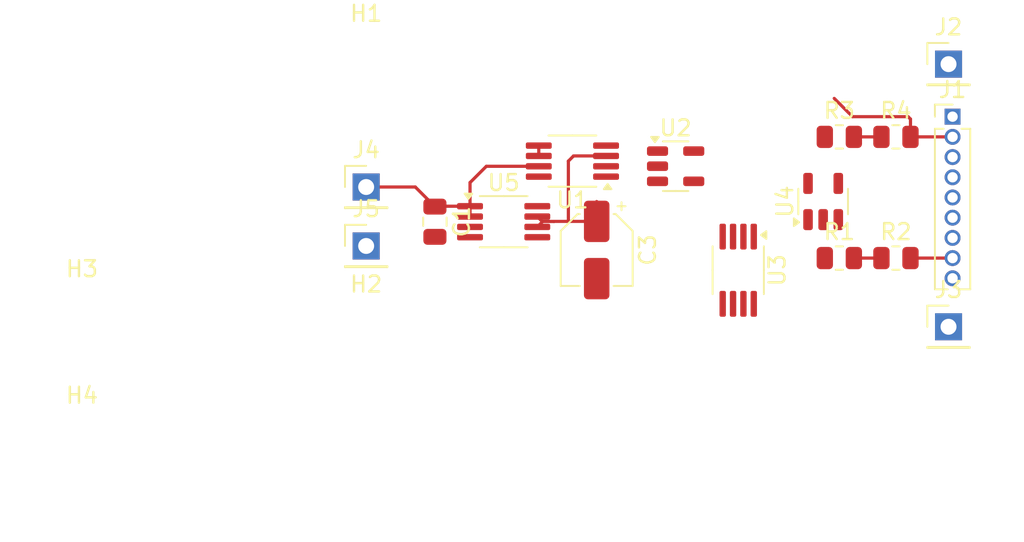
<source format=kicad_pcb>
(kicad_pcb (version 20241229) (generator "pcbnew") (generator_version "9.0")
  (layers (0 "F.Cu" signal) (2 "B.Cu" signal) (13 "F.Paste" user) (15 "B.Paste" user) (5 "F.SilkS" user "F.Silkscreen") (7 "B.SilkS" user "B.Silkscreen") (1 "F.Mask" user) (3 "B.Mask" user) (25 "Edge.Cuts" user))
  (net 0 "")
  (net 1 "GND")
  (net 2 "+5V")
  (net 3 "/Vref+")
  (net 4 "/IA+")
  (net 5 "/IB+")
  (net 7 "/VA+")
  (net 8 "/VB+")
  (net 9 "Net-(U3-SENSE)")
  (net 10 "Net-(R1-Pad2)")
  (net 11 "Net-(U1-SENSE)")
  (net 12 "Net-(R3-Pad2)")
  (net 14 "Net-(U1-REF)")
  (net 15 "Net-(U3-REF)")
  (footprint "Capacitor_SMD:C_0805_2012Metric" (layer "F.Cu") (at 89.916 97.282 -90)
    (property "Reference" "C1" (at 0 -1.68 90) (layer "F.SilkS"))
    (property "Value" "0.1 uF")
    (fp_line (start -0.261252 0.735) (end 0.261252 0.735) (stroke (width 0.12)) (layer "F.SilkS"))
    (fp_line (start -0.261252 -0.735) (end 0.261252 -0.735) (stroke (width 0.12)) (layer "F.SilkS"))
    (pad "1" smd roundrect (at -0.95 0 270) (size 1 1.45) (layers "F.Cu" "F.Mask" "F.Paste") (net 2 "+5V"))
    (pad "2" smd roundrect (at 0.95 0 270) (size 1 1.45) (layers "F.Cu" "F.Mask" "F.Paste") (net 1 "GND"))
  )
  (footprint "MountingHole:MountingHole_3.2mm_M3" (layer "F.Cu") (at 85.598 88.392)
    (property "Reference" "H1" (at 0 -4.2 0) (layer "F.SilkS"))
    (property "Value" "MountingHole")
    (pad "" np_thru_hole circle (at 0 0) (size 3.2 3.2) (drill 3.2) (layers "*.Cu" "*.Mask"))
  )
  (footprint "MountingHole:MountingHole_3.2mm_M3" (layer "F.Cu") (at 67.75 112.4)
    (property "Reference" "H4" (at 0 -4.2 0) (layer "F.SilkS"))
    (property "Value" "MountingHole")
    (pad "" np_thru_hole circle (at 0 0) (size 3.2 3.2) (drill 3.2) (layers "*.Cu" "*.Mask"))
  )
  (footprint "Connector_PinHeader_2.54mm:PinHeader_1x01_P2.54mm_Vertical" (layer "F.Cu") (at 122.174 87.376)
    (property "Reference" "J2" (at 0 -2.33 0) (layer "F.SilkS"))
    (property "Value" "MCU_ADC1")
    (fp_line (start -1.33 -1.33) (end 0 -1.33) (stroke (width 0.12)) (layer "F.SilkS"))
    (fp_line (start -1.33 0) (end -1.33 -1.33) (stroke (width 0.12)) (layer "F.SilkS"))
    (fp_line (start -1.33 1.27) (end -1.33 1.33) (stroke (width 0.12)) (layer "F.SilkS"))
    (fp_line (start -1.33 1.27) (end 1.33 1.27) (stroke (width 0.12)) (layer "F.SilkS"))
    (fp_line (start -1.33 1.33) (end 1.33 1.33) (stroke (width 0.12)) (layer "F.SilkS"))
    (fp_line (start 1.33 1.27) (end 1.33 1.33) (stroke (width 0.12)) (layer "F.SilkS"))
    (pad "1" thru_hole rect (at 0 0) (size 1.7 1.7) (drill 1) (layers "*.Cu" "*.Mask") (net 7 "/VA+"))
  )
  (footprint "Resistor_SMD:R_0805_2012Metric" (layer "F.Cu") (at 115.316 91.948)
    (property "Reference" "R3" (at 0 -1.65 0) (layer "F.SilkS"))
    (property "Value" "100k")
    (fp_line (start -0.227064 -0.735) (end 0.227064 -0.735) (stroke (width 0.12)) (layer "F.SilkS"))
    (fp_line (start -0.227064 0.735) (end 0.227064 0.735) (stroke (width 0.12)) (layer "F.SilkS"))
    (pad "1" smd roundrect (at -0.9125 0) (size 1.025 1.4) (layers "F.Cu" "F.Mask" "F.Paste") (roundrect_rratio 0.243902) (net 11 "Net-(U1-SENSE)"))
    (pad "2" smd roundrect (at 0.9125 0) (size 1.025 1.4) (layers "F.Cu" "F.Mask" "F.Paste") (roundrect_rratio 0.243902) (net 12 "Net-(R3-Pad2)"))
  )
  (footprint "Package_TO_SOT_SMD:TSOT-23-5" (layer "F.Cu") (at 114.3 96.012 90)
    (property "Reference" "U4" (at 0 -2.4 90) (layer "F.SilkS"))
    (property "Value" "AD8603")
    (fp_line (start 0 -1.56) (end 0.8 -1.56) (stroke (width 0.12)) (layer "F.SilkS"))
    (fp_line (start 0 -1.56) (end -0.8 -1.56) (stroke (width 0.12)) (layer "F.SilkS"))
    (fp_line (start 0 1.56) (end 0.8 1.56) (stroke (width 0.12)) (layer "F.SilkS"))
    (fp_line (start 0 1.56) (end -0.8 1.56) (stroke (width 0.12)) (layer "F.SilkS"))
    (fp_poly (pts (xy -1.3 -1.51) (xy -1.54 -1.84) (xy -1.06 -1.84) (xy -1.3 -1.51)) (stroke (width 0.12)) (fill yes) (layer "F.SilkS"))
    (pad "1" smd roundrect (at -1.1375 -0.95 90) (size 1.325 0.6) (layers "F.Cu" "F.Mask" "F.Paste") (net 15 "Net-(U3-REF)"))
    (pad "2" smd roundrect (at -1.1375 0 90) (size 1.325 0.6) (layers "F.Cu" "F.Mask" "F.Paste") (net 1 "GND"))
    (pad "3" smd roundrect (at -1.1375 0.95 90) (size 1.325 0.6) (layers "F.Cu" "F.Mask" "F.Paste") (net 5 "/IB+"))
    (pad "4" smd roundrect (at 1.1375 0.95 90) (size 1.325 0.6) (layers "F.Cu" "F.Mask" "F.Paste") (net 15 "Net-(U3-REF)"))
    (pad "5" smd roundrect (at 1.1375 -0.95 90) (size 1.325 0.6) (layers "F.Cu" "F.Mask" "F.Paste") (net 2 "+5V"))
  )
  (footprint "Package_SO:MSOP-8_3x3mm_P0.65mm" (layer "F.Cu") (at 98.552 93.472 180)
    (property "Reference" "U1" (at 0 -2.45 0) (layer "F.SilkS"))
    (property "Value" "AD8276")
    (fp_line (start 0 1.61) (end 1.5 1.61) (stroke (width 0.12)) (layer "F.SilkS"))
    (fp_line (start 0 1.61) (end -1.5 1.61) (stroke (width 0.12)) (layer "F.SilkS"))
    (fp_line (start 0 -1.61) (end 1.5 -1.61) (stroke (width 0.12)) (layer "F.SilkS"))
    (fp_line (start 0 -1.61) (end -1.5 -1.61) (stroke (width 0.12)) (layer "F.SilkS"))
    (fp_poly (pts (xy -2.2125 -1.435) (xy -2.4525 -1.765) (xy -1.9725 -1.765) (xy -2.2125 -1.435)) (stroke (width 0.12)) (fill yes) (layer "F.SilkS"))
    (pad "1" smd roundrect (at -2.1125 -0.975 180) (size 1.625 0.4) (layers "F.Cu" "F.Mask" "F.Paste") (net 14 "Net-(U1-REF)"))
    (pad "2" smd roundrect (at -2.1125 -0.325 180) (size 1.625 0.4) (layers "F.Cu" "F.Mask" "F.Paste") (net 1 "GND"))
    (pad "3" smd roundrect (at -2.1125 0.325 180) (size 1.625 0.4) (layers "F.Cu" "F.Mask" "F.Paste") (net 3 "/Vref+"))
    (pad "4" smd roundrect (at -2.1125 0.975 180) (size 1.625 0.4) (layers "F.Cu" "F.Mask" "F.Paste") (net 1 "GND"))
    (pad "5" smd roundrect (at 2.1125 0.975 180) (size 1.625 0.4) (layers "F.Cu" "F.Mask" "F.Paste") (net 11 "Net-(U1-SENSE)"))
    (pad "6" smd roundrect (at 2.1125 0.325 180) (size 1.625 0.4) (layers "F.Cu" "F.Mask" "F.Paste") (net 11 "Net-(U1-SENSE)"))
    (pad "7" smd roundrect (at 2.1125 -0.325 180) (size 1.625 0.4) (layers "F.Cu" "F.Mask" "F.Paste") (net 2 "+5V"))
    (pad "8" smd roundrect (at 2.1125 -0.975 180) (size 1.625 0.4) (layers "F.Cu" "F.Mask" "F.Paste"))
  )
  (footprint "Package_SO:MSOP-8_3x3mm_P0.65mm" (layer "F.Cu") (at 108.966 100.33 -90)
    (property "Reference" "U3" (at 0 -2.45 90) (layer "F.SilkS"))
    (property "Value" "AD8276")
    (fp_line (start 0 1.61) (end -1.5 1.61) (stroke (width 0.12)) (layer "F.SilkS"))
    (fp_line (start 0 1.61) (end 1.5 1.61) (stroke (width 0.12)) (layer "F.SilkS"))
    (fp_line (start 0 -1.61) (end -1.5 -1.61) (stroke (width 0.12)) (layer "F.SilkS"))
    (fp_line (start 0 -1.61) (end 1.5 -1.61) (stroke (width 0.12)) (layer "F.SilkS"))
    (fp_poly (pts (xy -2.2125 -1.435) (xy -2.4525 -1.765) (xy -1.9725 -1.765) (xy -2.2125 -1.435)) (stroke (width 0.12)) (fill yes) (layer "F.SilkS"))
    (pad "1" smd roundrect (at -2.1125 -0.975 270) (size 1.625 0.4) (layers "F.Cu" "F.Mask" "F.Paste") (net 15 "Net-(U3-REF)"))
    (pad "2" smd roundrect (at -2.1125 -0.325 270) (size 1.625 0.4) (layers "F.Cu" "F.Mask" "F.Paste") (net 1 "GND"))
    (pad "3" smd roundrect (at -2.1125 0.325 270) (size 1.625 0.4) (layers "F.Cu" "F.Mask" "F.Paste") (net 3 "/Vref+"))
    (pad "4" smd roundrect (at -2.1125 0.975 270) (size 1.625 0.4) (layers "F.Cu" "F.Mask" "F.Paste") (net 1 "GND"))
    (pad "5" smd roundrect (at 2.1125 0.975 270) (size 1.625 0.4) (layers "F.Cu" "F.Mask" "F.Paste") (net 9 "Net-(U3-SENSE)"))
    (pad "6" smd roundrect (at 2.1125 0.325 270) (size 1.625 0.4) (layers "F.Cu" "F.Mask" "F.Paste") (net 9 "Net-(U3-SENSE)"))
    (pad "7" smd roundrect (at 2.1125 -0.325 270) (size 1.625 0.4) (layers "F.Cu" "F.Mask" "F.Paste") (net 2 "+5V"))
    (pad "8" smd roundrect (at 2.1125 -0.975 270) (size 1.625 0.4) (layers "F.Cu" "F.Mask" "F.Paste"))
  )
  (footprint "Capacitor_SMD:CP_Elec_4x5.4" (layer "F.Cu") (at 100.076 99.06 -90)
    (property "Reference" "C3" (at 0 -3.2 90) (layer "F.SilkS"))
    (property "Value" "10 uF")
    (fp_line (start -1.195563 2.26) (end 2.26 2.26) (stroke (width 0.12)) (layer "F.SilkS"))
    (fp_line (start 2.26 2.26) (end 2.26 1.06) (stroke (width 0.12)) (layer "F.SilkS"))
    (fp_line (start -2.26 1.195563) (end -1.195563 2.26) (stroke (width 0.12)) (layer "F.SilkS"))
    (fp_line (start -2.26 1.195563) (end -2.26 1.06) (stroke (width 0.12)) (layer "F.SilkS"))
    (fp_line (start -2.26 -1.195563) (end -2.26 -1.06) (stroke (width 0.12)) (layer "F.SilkS"))
    (fp_line (start -2.26 -1.195563) (end -1.195563 -2.26) (stroke (width 0.12)) (layer "F.SilkS"))
    (fp_line (start -3 -1.56) (end -2.5 -1.56) (stroke (width 0.12)) (layer "F.SilkS"))
    (fp_line (start -2.75 -1.81) (end -2.75 -1.31) (stroke (width 0.12)) (layer "F.SilkS"))
    (fp_line (start -1.195563 -2.26) (end 2.26 -2.26) (stroke (width 0.12)) (layer "F.SilkS"))
    (fp_line (start 2.26 -2.26) (end 2.26 -1.06) (stroke (width 0.12)) (layer "F.SilkS"))
    (pad "1" smd roundrect (at -1.8 0 270) (size 2.6 1.6) (layers "F.Cu" "F.Mask" "F.Paste") (roundrect_rratio 0.15625) (net 3 "/Vref+"))
    (pad "2" smd roundrect (at 1.8 0 270) (size 2.6 1.6) (layers "F.Cu" "F.Mask" "F.Paste") (roundrect_rratio 0.15625) (net 1 "GND"))
  )
  (footprint "Resistor_SMD:R_0805_2012Metric" (layer "F.Cu") (at 115.316 99.568)
    (property "Reference" "R1" (at 0 -1.65 0) (layer "F.SilkS"))
    (property "Value" "100k")
    (fp_line (start -0.227064 -0.735) (end 0.227064 -0.735) (stroke (width 0.12)) (layer "F.SilkS"))
    (fp_line (start -0.227064 0.735) (end 0.227064 0.735) (stroke (width 0.12)) (layer "F.SilkS"))
    (pad "1" smd roundrect (at -0.9125 0) (size 1.025 1.4) (layers "F.Cu" "F.Mask" "F.Paste") (roundrect_rratio 0.243902) (net 9 "Net-(U3-SENSE)"))
    (pad "2" smd roundrect (at 0.9125 0) (size 1.025 1.4) (layers "F.Cu" "F.Mask" "F.Paste") (roundrect_rratio 0.243902) (net 10 "Net-(R1-Pad2)"))
  )
  (footprint "Package_SO:MSOP-8_3x3mm_P0.65mm" (layer "F.Cu") (at 94.234 97.282)
    (property "Reference" "U5" (at 0 -2.45 0) (layer "F.SilkS"))
    (property "Value" "~")
    (fp_line (start 0 -1.61) (end -1.5 -1.61) (stroke (width 0.12)) (layer "F.SilkS"))
    (fp_line (start 0 -1.61) (end 1.5 -1.61) (stroke (width 0.12)) (layer "F.SilkS"))
    (fp_line (start 0 1.61) (end -1.5 1.61) (stroke (width 0.12)) (layer "F.SilkS"))
    (fp_line (start 0 1.61) (end 1.5 1.61) (stroke (width 0.12)) (layer "F.SilkS"))
    (fp_poly (pts (xy -2.2125 -1.435) (xy -2.4525 -1.765) (xy -1.9725 -1.765) (xy -2.2125 -1.435)) (stroke (width 0.12)) (fill yes) (layer "F.SilkS"))
    (pad "1" smd roundrect (at -2.1125 -0.975) (size 1.625 0.4) (layers "F.Cu" "F.Mask" "F.Paste") (net 2 "+5V"))
    (pad "2" smd roundrect (at -2.1125 -0.325) (size 1.625 0.4) (layers "F.Cu" "F.Mask" "F.Paste") (net 2 "+5V"))
    (pad "3" smd roundrect (at -2.1125 0.325) (size 1.625 0.4) (layers "F.Cu" "F.Mask" "F.Paste") (net 1 "GND"))
    (pad "4" smd roundrect (at -2.1125 0.975) (size 1.625 0.4) (layers "F.Cu" "F.Mask" "F.Paste") (net 1 "GND"))
    (pad "5" smd roundrect (at 2.1125 0.975) (size 1.625 0.4) (layers "F.Cu" "F.Mask" "F.Paste") (net 1 "GND"))
    (pad "6" smd roundrect (at 2.1125 0.325) (size 1.625 0.4) (layers "F.Cu" "F.Mask" "F.Paste") (net 3 "/Vref+"))
    (pad "7" smd roundrect (at 2.1125 -0.325) (size 1.625 0.4) (layers "F.Cu" "F.Mask" "F.Paste") (net 3 "/Vref+"))
    (pad "8" smd roundrect (at 2.1125 -0.975) (size 1.625 0.4) (layers "F.Cu" "F.Mask" "F.Paste") (net 1 "GND"))
  )
  (footprint "Resistor_SMD:R_0805_2012Metric" (layer "F.Cu") (at 118.872 99.568)
    (property "Reference" "R2" (at 0 -1.65 0) (layer "F.SilkS"))
    (property "Value" "25.2k")
    (fp_line (start -0.227064 -0.735) (end 0.227064 -0.735) (stroke (width 0.12)) (layer "F.SilkS"))
    (fp_line (start -0.227064 0.735) (end 0.227064 0.735) (stroke (width 0.12)) (layer "F.SilkS"))
    (pad "1" smd roundrect (at -0.9125 0) (size 1.025 1.4) (layers "F.Cu" "F.Mask" "F.Paste") (roundrect_rratio 0.243902) (net 10 "Net-(R1-Pad2)"))
    (pad "2" smd roundrect (at 0.9125 0) (size 1.025 1.4) (layers "F.Cu" "F.Mask" "F.Paste") (roundrect_rratio 0.243902) (net 5 "/IB+"))
  )
  (footprint "MountingHole:MountingHole_3.2mm_M3" (layer "F.Cu") (at 85.598 105.41)
    (property "Reference" "H2" (at 0 -4.2 0) (layer "F.SilkS"))
    (property "Value" "MountingHole")
    (pad "" np_thru_hole circle (at 0 0) (size 3.2 3.2) (drill 3.2) (layers "*.Cu" "*.Mask"))
  )
  (footprint "Connector_PinHeader_2.54mm:PinHeader_1x01_P2.54mm_Vertical" (layer "F.Cu") (at 85.598 98.806)
    (property "Reference" "J5" (at 0 -2.33 0) (layer "F.SilkS"))
    (property "Value" "GND")
    (fp_line (start -1.33 -1.33) (end 0 -1.33) (stroke (width 0.12)) (layer "F.SilkS"))
    (fp_line (start -1.33 0) (end -1.33 -1.33) (stroke (width 0.12)) (layer "F.SilkS"))
    (fp_line (start -1.33 1.27) (end -1.33 1.33) (stroke (width 0.12)) (layer "F.SilkS"))
    (fp_line (start -1.33 1.27) (end 1.33 1.27) (stroke (width 0.12)) (layer "F.SilkS"))
    (fp_line (start -1.33 1.33) (end 1.33 1.33) (stroke (width 0.12)) (layer "F.SilkS"))
    (fp_line (start 1.33 1.27) (end 1.33 1.33) (stroke (width 0.12)) (layer "F.SilkS"))
    (pad "1" thru_hole rect (at 0 0) (size 1.7 1.7) (drill 1) (layers "*.Cu" "*.Mask") (net 1 "GND"))
  )
  (footprint "Connector_PinHeader_1.27mm:PinHeader_1x09_P1.27mm_Vertical" (layer "F.Cu") (at 122.428 90.678)
    (property "Reference" "J1" (at 0 -1.695 0) (layer "F.SilkS"))
    (property "Value" "temp. sens.")
    (fp_line (start -1.11 -0.76) (end 0 -0.76) (stroke (width 0.12)) (layer "F.SilkS"))
    (fp_line (start -1.11 0) (end -1.11 -0.76) (stroke (width 0.12)) (layer "F.SilkS"))
    (fp_line (start -1.11 0.76) (end -1.11 10.855) (stroke (width 0.12)) (layer "F.SilkS"))
    (fp_line (start -1.11 0.76) (end -0.563471 0.76) (stroke (width 0.12)) (layer "F.SilkS"))
    (fp_line (start -1.11 10.855) (end -0.30753 10.855) (stroke (width 0.12)) (layer "F.SilkS"))
    (fp_line (start 0.30753 10.855) (end 1.11 10.855) (stroke (width 0.12)) (layer "F.SilkS"))
    (fp_line (start 0.563471 0.76) (end 1.11 0.76) (stroke (width 0.12)) (layer "F.SilkS"))
    (fp_line (start 1.11 0.76) (end 1.11 10.855) (stroke (width 0.12)) (layer "F.SilkS"))
    (pad "1" thru_hole rect (at 0 0) (size 1 1) (drill 0.65) (layers "*.Cu" "*.Mask"))
    (pad "2" thru_hole oval (at 0 1.27) (size 1 1) (drill 0.65) (layers "*.Cu" "*.Mask") (net 4 "/IA+"))
    (pad "3" thru_hole oval (at 0 2.54) (size 1 1) (drill 0.65) (layers "*.Cu" "*.Mask") (net 7 "/VA+"))
    (pad "4" thru_hole oval (at 0 3.81) (size 1 1) (drill 0.65) (layers "*.Cu" "*.Mask") (net 1 "GND"))
    (pad "5" thru_hole oval (at 0 5.08) (size 1 1) (drill 0.65) (layers "*.Cu" "*.Mask") (net 1 "GND"))
    (pad "6" thru_hole oval (at 0 6.35) (size 1 1) (drill 0.65) (layers "*.Cu" "*.Mask") (net 8 "/VB+"))
    (pad "7" thru_hole oval (at 0 7.62) (size 1 1) (drill 0.65) (layers "*.Cu" "*.Mask") (net 1 "GND"))
    (pad "8" thru_hole oval (at 0 8.89) (size 1 1) (drill 0.65) (layers "*.Cu" "*.Mask") (net 5 "/IB+"))
    (pad "9" thru_hole oval (at 0 10.16) (size 1 1) (drill 0.65) (layers "*.Cu" "*.Mask") (net 1 "GND"))
  )
  (footprint "Connector_PinHeader_2.54mm:PinHeader_1x01_P2.54mm_Vertical" (layer "F.Cu") (at 122.174 103.886)
    (property "Reference" "J3" (at 0 -2.33 0) (layer "F.SilkS"))
    (property "Value" "MCU_ADC0")
    (fp_line (start -1.33 -1.33) (end 0 -1.33) (stroke (width 0.12)) (layer "F.SilkS"))
    (fp_line (start -1.33 0) (end -1.33 -1.33) (stroke (width 0.12)) (layer "F.SilkS"))
    (fp_line (start -1.33 1.27) (end -1.33 1.33) (stroke (width 0.12)) (layer "F.SilkS"))
    (fp_line (start -1.33 1.27) (end 1.33 1.27) (stroke (width 0.12)) (layer "F.SilkS"))
    (fp_line (start -1.33 1.33) (end 1.33 1.33) (stroke (width 0.12)) (layer "F.SilkS"))
    (fp_line (start 1.33 1.27) (end 1.33 1.33) (stroke (width 0.12)) (layer "F.SilkS"))
    (pad "1" thru_hole rect (at 0 0) (size 1.7 1.7) (drill 1) (layers "*.Cu" "*.Mask") (net 8 "/VB+"))
  )
  (footprint "Package_TO_SOT_SMD:TSOT-23-5" (layer "F.Cu") (at 105.0345 93.792)
    (property "Reference" "U2" (at 0 -2.4 0) (layer "F.SilkS"))
    (property "Value" "AD8603")
    (fp_line (start 0 -1.56) (end -0.8 -1.56) (stroke (width 0.12)) (layer "F.SilkS"))
    (fp_line (start 0 -1.56) (end 0.8 -1.56) (stroke (width 0.12)) (layer "F.SilkS"))
    (fp_line (start 0 1.56) (end -0.8 1.56) (stroke (width 0.12)) (layer "F.SilkS"))
    (fp_line (start 0 1.56) (end 0.8 1.56) (stroke (width 0.12)) (layer "F.SilkS"))
    (fp_poly (pts (xy -1.3 -1.51) (xy -1.54 -1.84) (xy -1.06 -1.84) (xy -1.3 -1.51)) (stroke (width 0.12)) (fill yes) (layer "F.SilkS"))
    (pad "1" smd roundrect (at -1.1375 -0.95) (size 1.325 0.6) (layers "F.Cu" "F.Mask" "F.Paste") (net 14 "Net-(U1-REF)"))
    (pad "2" smd roundrect (at -1.1375 0) (size 1.325 0.6) (layers "F.Cu" "F.Mask" "F.Paste") (net 1 "GND"))
    (pad "3" smd roundrect (at -1.1375 0.95) (size 1.325 0.6) (layers "F.Cu" "F.Mask" "F.Paste") (net 4 "/IA+"))
    (pad "4" smd roundrect (at 1.1375 0.95) (size 1.325 0.6) (layers "F.Cu" "F.Mask" "F.Paste") (net 14 "Net-(U1-REF)"))
    (pad "5" smd roundrect (at 1.1375 -0.95) (size 1.325 0.6) (layers "F.Cu" "F.Mask" "F.Paste") (net 2 "+5V"))
  )
  (footprint "Connector_PinHeader_2.54mm:PinHeader_1x01_P2.54mm_Vertical" (layer "F.Cu") (at 85.598 95.1)
    (property "Reference" "J4" (at 0 -2.33 0) (layer "F.SilkS"))
    (property "Value" "5V")
    (fp_line (start -1.33 -1.33) (end 0 -1.33) (stroke (width 0.12)) (layer "F.SilkS"))
    (fp_line (start -1.33 0) (end -1.33 -1.33) (stroke (width 0.12)) (layer "F.SilkS"))
    (fp_line (start -1.33 1.27) (end -1.33 1.33) (stroke (width 0.12)) (layer "F.SilkS"))
    (fp_line (start -1.33 1.27) (end 1.33 1.27) (stroke (width 0.12)) (layer "F.SilkS"))
    (fp_line (start -1.33 1.33) (end 1.33 1.33) (stroke (width 0.12)) (layer "F.SilkS"))
    (fp_line (start 1.33 1.27) (end 1.33 1.33) (stroke (width 0.12)) (layer "F.SilkS"))
    (pad "1" thru_hole rect (at 0 0) (size 1.7 1.7) (drill 1) (layers "*.Cu" "*.Mask") (net 2 "+5V"))
  )
  (footprint "MountingHole:MountingHole_3.2mm_M3" (layer "F.Cu") (at 67.75 104.45)
    (property "Reference" "H3" (at 0 -4.2 0) (layer "F.SilkS"))
    (property "Value" "MountingHole")
    (pad "" np_thru_hole circle (at 0 0) (size 3.2 3.2) (drill 3.2) (layers "*.Cu" "*.Mask"))
  )
  (footprint "Resistor_SMD:R_0805_2012Metric" (layer "F.Cu") (at 118.872 91.948)
    (property "Reference" "R4" (at 0 -1.65 0) (layer "F.SilkS"))
    (property "Value" "25.2k")
    (fp_line (start -0.227064 -0.735) (end 0.227064 -0.735) (stroke (width 0.12)) (layer "F.SilkS"))
    (fp_line (start -0.227064 0.735) (end 0.227064 0.735) (stroke (width 0.12)) (layer "F.SilkS"))
    (pad "1" smd roundrect (at -0.9125 0) (size 1.025 1.4) (layers "F.Cu" "F.Mask" "F.Paste") (roundrect_rratio 0.243902) (net 12 "Net-(R3-Pad2)"))
    (pad "2" smd roundrect (at 0.9125 0) (size 1.025 1.4) (layers "F.Cu" "F.Mask" "F.Paste") (roundrect_rratio 0.243902) (net 4 "/IA+"))
  )
  (segment (start 88.684 95.1) (end 89.916 96.332) (width 0.2) (layer "F.Cu") (net 2))
  (segment (start 92.1215 96.307) (end 92.1215 94.8225) (width 0.2) (layer "F.Cu") (net 2))
  (segment (start 92.1215 96.307) (end 89.941 96.307) (width 0.2) (layer "F.Cu") (net 2))
  (segment (start 92.1215 96.957) (end 92.1215 96.307) (width 0.2) (layer "F.Cu") (net 2))
  (segment (start 85.598 95.1) (end 88.684 95.1) (width 0.2) (layer "F.Cu") (net 2))
  (segment (start 93.147 93.797) (end 96.4395 93.797) (width 0.2) (layer "F.Cu") (net 2))
  (segment (start 92.1215 94.8225) (end 93.147 93.797) (width 0.2) (layer "F.Cu") (net 2))
  (segment (start 89.941 96.307) (end 89.916 96.332) (width 0.2) (layer "F.Cu") (net 2))
  (segment (start 98.623 93.147) (end 98.298 93.472) (width 0.2) (layer "F.Cu") (net 3))
  (segment (start 100.6645 93.147) (end 98.623 93.147) (width 0.2) (layer "F.Cu") (net 3))
  (segment (start 96.3465 97.607) (end 96.6935 97.26) (width 0.2) (layer "F.Cu") (net 3))
  (segment (start 96.6495 97.26) (end 97.402 97.26) (width 0.2) (layer "F.Cu") (net 3))
  (segment (start 98.298 93.472) (end 98.298 97.26) (width 0.2) (layer "F.Cu") (net 3))
  (segment (start 100.076 97.26) (end 100.076 96.012) (width 0.2) (layer "F.Cu") (net 3))
  (segment (start 96.3465 96.957) (end 96.6495 97.26) (width 0.2) (layer "F.Cu") (net 3))
  (segment (start 96.6935 97.26) (end 97.402 97.26) (width 0.2) (layer "F.Cu") (net 3))
  (segment (start 97.402 97.26) (end 98.298 97.26) (width 0.2) (layer "F.Cu") (net 3))
  (segment (start 98.298 97.26) (end 100.076 97.26) (width 0.2) (layer "F.Cu") (net 3))
  (segment (start 119.7845 90.8285) (end 119.7845 91.948) (width 0.2) (layer "F.Cu") (net 4))
  (segment (start 114.996 89.5295) (end 116.1445 90.678) (width 0.2) (layer "F.Cu") (net 4))
  (segment (start 122.428 91.948) (end 119.7845 91.948) (width 0.2) (layer "F.Cu") (net 4))
  (segment (start 116.1445 90.678) (end 119.634 90.678) (width 0.2) (layer "F.Cu") (net 4))
  (segment (start 119.634 90.678) (end 119.7845 90.8285) (width 0.2) (layer "F.Cu") (net 4))
  (segment (start 119.7845 99.568) (end 122.428 99.568) (width 0.2) (layer "F.Cu") (net 5))
  (segment (start 116.2285 99.568) (end 117.9595 99.568) (width 0.2) (layer "F.Cu") (net 10))
  (segment (start 96.4395 93.147) (end 96.4395 92.497) (width 0.2) (layer "F.Cu") (net 11))
  (segment (start 116.2285 91.948) (end 117.9595 91.948) (width 0.2) (layer "F.Cu") (net 12))
  (segment (start 113.35 97.1495) (end 113.35 96.7745) (width 0.2) (layer "F.Cu") (net 15))
)
</source>
